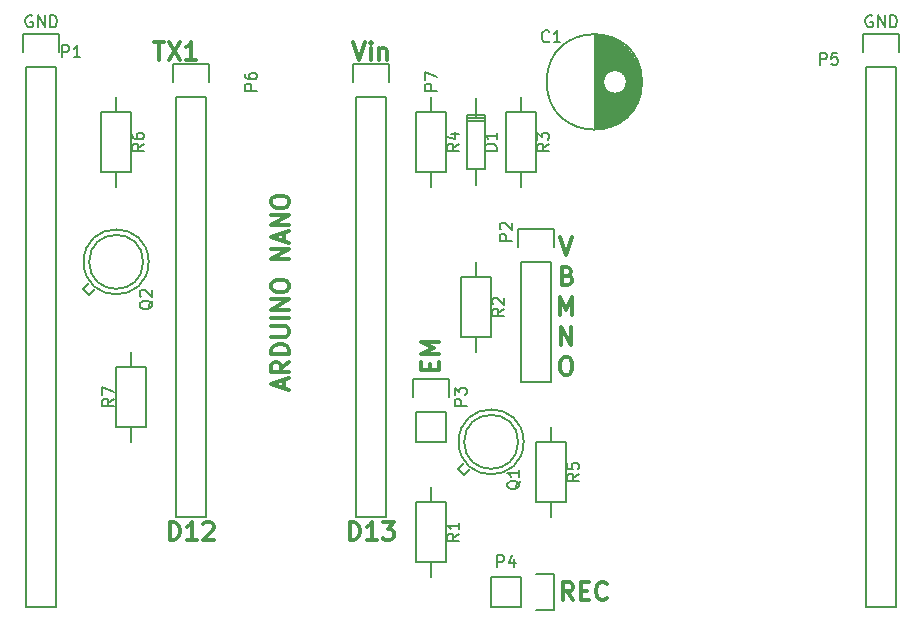
<source format=gbr>
G04 #@! TF.FileFunction,Legend,Top*
%FSLAX46Y46*%
G04 Gerber Fmt 4.6, Leading zero omitted, Abs format (unit mm)*
G04 Created by KiCad (PCBNEW 4.0.4+e1-6308~48~ubuntu16.04.1-stable) date Thu Sep 22 16:47:12 2016*
%MOMM*%
%LPD*%
G01*
G04 APERTURE LIST*
%ADD10C,0.100000*%
%ADD11C,0.300000*%
%ADD12C,0.150000*%
G04 APERTURE END LIST*
D10*
D11*
X57868572Y-117518571D02*
X57868572Y-116018571D01*
X58225715Y-116018571D01*
X58440000Y-116090000D01*
X58582858Y-116232857D01*
X58654286Y-116375714D01*
X58725715Y-116661429D01*
X58725715Y-116875714D01*
X58654286Y-117161429D01*
X58582858Y-117304286D01*
X58440000Y-117447143D01*
X58225715Y-117518571D01*
X57868572Y-117518571D01*
X60154286Y-117518571D02*
X59297143Y-117518571D01*
X59725715Y-117518571D02*
X59725715Y-116018571D01*
X59582858Y-116232857D01*
X59440000Y-116375714D01*
X59297143Y-116447143D01*
X60654286Y-116018571D02*
X61582857Y-116018571D01*
X61082857Y-116590000D01*
X61297143Y-116590000D01*
X61440000Y-116661429D01*
X61511429Y-116732857D01*
X61582857Y-116875714D01*
X61582857Y-117232857D01*
X61511429Y-117375714D01*
X61440000Y-117447143D01*
X61297143Y-117518571D01*
X60868571Y-117518571D01*
X60725714Y-117447143D01*
X60654286Y-117375714D01*
X42628572Y-117518571D02*
X42628572Y-116018571D01*
X42985715Y-116018571D01*
X43200000Y-116090000D01*
X43342858Y-116232857D01*
X43414286Y-116375714D01*
X43485715Y-116661429D01*
X43485715Y-116875714D01*
X43414286Y-117161429D01*
X43342858Y-117304286D01*
X43200000Y-117447143D01*
X42985715Y-117518571D01*
X42628572Y-117518571D01*
X44914286Y-117518571D02*
X44057143Y-117518571D01*
X44485715Y-117518571D02*
X44485715Y-116018571D01*
X44342858Y-116232857D01*
X44200000Y-116375714D01*
X44057143Y-116447143D01*
X45485714Y-116161429D02*
X45557143Y-116090000D01*
X45700000Y-116018571D01*
X46057143Y-116018571D01*
X46200000Y-116090000D01*
X46271429Y-116161429D01*
X46342857Y-116304286D01*
X46342857Y-116447143D01*
X46271429Y-116661429D01*
X45414286Y-117518571D01*
X46342857Y-117518571D01*
X58154286Y-75378571D02*
X58654286Y-76878571D01*
X59154286Y-75378571D01*
X59654286Y-76878571D02*
X59654286Y-75878571D01*
X59654286Y-75378571D02*
X59582857Y-75450000D01*
X59654286Y-75521429D01*
X59725714Y-75450000D01*
X59654286Y-75378571D01*
X59654286Y-75521429D01*
X60368572Y-75878571D02*
X60368572Y-76878571D01*
X60368572Y-76021429D02*
X60440000Y-75950000D01*
X60582858Y-75878571D01*
X60797143Y-75878571D01*
X60940000Y-75950000D01*
X61011429Y-76092857D01*
X61011429Y-76878571D01*
X41322858Y-75378571D02*
X42180001Y-75378571D01*
X41751430Y-76878571D02*
X41751430Y-75378571D01*
X42537144Y-75378571D02*
X43537144Y-76878571D01*
X43537144Y-75378571D02*
X42537144Y-76878571D01*
X44894286Y-76878571D02*
X44037143Y-76878571D01*
X44465715Y-76878571D02*
X44465715Y-75378571D01*
X44322858Y-75592857D01*
X44180000Y-75735714D01*
X44037143Y-75807143D01*
X52320000Y-104662858D02*
X52320000Y-103948572D01*
X52748571Y-104805715D02*
X51248571Y-104305715D01*
X52748571Y-103805715D01*
X52748571Y-102448572D02*
X52034286Y-102948572D01*
X52748571Y-103305715D02*
X51248571Y-103305715D01*
X51248571Y-102734287D01*
X51320000Y-102591429D01*
X51391429Y-102520001D01*
X51534286Y-102448572D01*
X51748571Y-102448572D01*
X51891429Y-102520001D01*
X51962857Y-102591429D01*
X52034286Y-102734287D01*
X52034286Y-103305715D01*
X52748571Y-101805715D02*
X51248571Y-101805715D01*
X51248571Y-101448572D01*
X51320000Y-101234287D01*
X51462857Y-101091429D01*
X51605714Y-101020001D01*
X51891429Y-100948572D01*
X52105714Y-100948572D01*
X52391429Y-101020001D01*
X52534286Y-101091429D01*
X52677143Y-101234287D01*
X52748571Y-101448572D01*
X52748571Y-101805715D01*
X51248571Y-100305715D02*
X52462857Y-100305715D01*
X52605714Y-100234287D01*
X52677143Y-100162858D01*
X52748571Y-100020001D01*
X52748571Y-99734287D01*
X52677143Y-99591429D01*
X52605714Y-99520001D01*
X52462857Y-99448572D01*
X51248571Y-99448572D01*
X52748571Y-98734286D02*
X51248571Y-98734286D01*
X52748571Y-98020000D02*
X51248571Y-98020000D01*
X52748571Y-97162857D01*
X51248571Y-97162857D01*
X51248571Y-96162857D02*
X51248571Y-95877143D01*
X51320000Y-95734285D01*
X51462857Y-95591428D01*
X51748571Y-95520000D01*
X52248571Y-95520000D01*
X52534286Y-95591428D01*
X52677143Y-95734285D01*
X52748571Y-95877143D01*
X52748571Y-96162857D01*
X52677143Y-96305714D01*
X52534286Y-96448571D01*
X52248571Y-96520000D01*
X51748571Y-96520000D01*
X51462857Y-96448571D01*
X51320000Y-96305714D01*
X51248571Y-96162857D01*
X52748571Y-93734285D02*
X51248571Y-93734285D01*
X52748571Y-92877142D01*
X51248571Y-92877142D01*
X52320000Y-92234285D02*
X52320000Y-91519999D01*
X52748571Y-92377142D02*
X51248571Y-91877142D01*
X52748571Y-91377142D01*
X52748571Y-90877142D02*
X51248571Y-90877142D01*
X52748571Y-90019999D01*
X51248571Y-90019999D01*
X51248571Y-89019999D02*
X51248571Y-88734285D01*
X51320000Y-88591427D01*
X51462857Y-88448570D01*
X51748571Y-88377142D01*
X52248571Y-88377142D01*
X52534286Y-88448570D01*
X52677143Y-88591427D01*
X52748571Y-88734285D01*
X52748571Y-89019999D01*
X52677143Y-89162856D01*
X52534286Y-89305713D01*
X52248571Y-89377142D01*
X51748571Y-89377142D01*
X51462857Y-89305713D01*
X51320000Y-89162856D01*
X51248571Y-89019999D01*
X76057143Y-102048571D02*
X76342857Y-102048571D01*
X76485715Y-102120000D01*
X76628572Y-102262857D01*
X76700000Y-102548571D01*
X76700000Y-103048571D01*
X76628572Y-103334286D01*
X76485715Y-103477143D01*
X76342857Y-103548571D01*
X76057143Y-103548571D01*
X75914286Y-103477143D01*
X75771429Y-103334286D01*
X75700000Y-103048571D01*
X75700000Y-102548571D01*
X75771429Y-102262857D01*
X75914286Y-102120000D01*
X76057143Y-102048571D01*
X75771429Y-101008571D02*
X75771429Y-99508571D01*
X76628572Y-101008571D01*
X76628572Y-99508571D01*
X75700000Y-98468571D02*
X75700000Y-96968571D01*
X76200000Y-98040000D01*
X76700000Y-96968571D01*
X76700000Y-98468571D01*
X76307143Y-95142857D02*
X76521429Y-95214286D01*
X76592857Y-95285714D01*
X76664286Y-95428571D01*
X76664286Y-95642857D01*
X76592857Y-95785714D01*
X76521429Y-95857143D01*
X76378571Y-95928571D01*
X75807143Y-95928571D01*
X75807143Y-94428571D01*
X76307143Y-94428571D01*
X76450000Y-94500000D01*
X76521429Y-94571429D01*
X76592857Y-94714286D01*
X76592857Y-94857143D01*
X76521429Y-95000000D01*
X76450000Y-95071429D01*
X76307143Y-95142857D01*
X75807143Y-95142857D01*
X75700000Y-91888571D02*
X76200000Y-93388571D01*
X76700000Y-91888571D01*
X64662857Y-103147857D02*
X64662857Y-102647857D01*
X65448571Y-102433571D02*
X65448571Y-103147857D01*
X63948571Y-103147857D01*
X63948571Y-102433571D01*
X65448571Y-101790714D02*
X63948571Y-101790714D01*
X65020000Y-101290714D01*
X63948571Y-100790714D01*
X65448571Y-100790714D01*
X76779286Y-122598571D02*
X76279286Y-121884286D01*
X75922143Y-122598571D02*
X75922143Y-121098571D01*
X76493571Y-121098571D01*
X76636429Y-121170000D01*
X76707857Y-121241429D01*
X76779286Y-121384286D01*
X76779286Y-121598571D01*
X76707857Y-121741429D01*
X76636429Y-121812857D01*
X76493571Y-121884286D01*
X75922143Y-121884286D01*
X77422143Y-121812857D02*
X77922143Y-121812857D01*
X78136429Y-122598571D02*
X77422143Y-122598571D01*
X77422143Y-121098571D01*
X78136429Y-121098571D01*
X79636429Y-122455714D02*
X79565000Y-122527143D01*
X79350714Y-122598571D01*
X79207857Y-122598571D01*
X78993572Y-122527143D01*
X78850714Y-122384286D01*
X78779286Y-122241429D01*
X78707857Y-121955714D01*
X78707857Y-121741429D01*
X78779286Y-121455714D01*
X78850714Y-121312857D01*
X78993572Y-121170000D01*
X79207857Y-121098571D01*
X79350714Y-121098571D01*
X79565000Y-121170000D01*
X79636429Y-121241429D01*
D12*
X68582540Y-86106520D02*
X68582540Y-87503520D01*
X68582540Y-81661520D02*
X68582540Y-80137520D01*
X69344540Y-82042520D02*
X67820540Y-82042520D01*
X69344540Y-81788520D02*
X67820540Y-81788520D01*
X68582540Y-81534520D02*
X67820540Y-81534520D01*
X67820540Y-81534520D02*
X67820540Y-86106520D01*
X67820540Y-86106520D02*
X69344540Y-86106520D01*
X69344540Y-86106520D02*
X69344540Y-81534520D01*
X69344540Y-81534520D02*
X68582540Y-81534520D01*
X72390000Y-93980000D02*
X72390000Y-104140000D01*
X72390000Y-104140000D02*
X74930000Y-104140000D01*
X74930000Y-104140000D02*
X74930000Y-93980000D01*
X72110000Y-91160000D02*
X72110000Y-92710000D01*
X72390000Y-93980000D02*
X74930000Y-93980000D01*
X75210000Y-92710000D02*
X75210000Y-91160000D01*
X75210000Y-91160000D02*
X72110000Y-91160000D01*
X63220000Y-103860000D02*
X63220000Y-105410000D01*
X63500000Y-109220000D02*
X63500000Y-106680000D01*
X63500000Y-106680000D02*
X66040000Y-106680000D01*
X66320000Y-105410000D02*
X66320000Y-103860000D01*
X66320000Y-103860000D02*
X63220000Y-103860000D01*
X66040000Y-106680000D02*
X66040000Y-109220000D01*
X66040000Y-109220000D02*
X63500000Y-109220000D01*
X67564000Y-112014000D02*
X68072000Y-111506000D01*
X67564000Y-110998000D02*
X67056000Y-111506000D01*
X67056000Y-111506000D02*
X67564000Y-112014000D01*
X72136000Y-109220000D02*
G75*
G03X72136000Y-109220000I-2286000J0D01*
G01*
X72600000Y-109220000D02*
G75*
G03X72600000Y-109220000I-2750000J0D01*
G01*
X63500000Y-119380000D02*
X63500000Y-114300000D01*
X63500000Y-114300000D02*
X66040000Y-114300000D01*
X66040000Y-114300000D02*
X66040000Y-119380000D01*
X66040000Y-119380000D02*
X63500000Y-119380000D01*
X64770000Y-119380000D02*
X64770000Y-120650000D01*
X64770000Y-114300000D02*
X64770000Y-113030000D01*
X69850000Y-95250000D02*
X69850000Y-100330000D01*
X69850000Y-100330000D02*
X67310000Y-100330000D01*
X67310000Y-100330000D02*
X67310000Y-95250000D01*
X67310000Y-95250000D02*
X69850000Y-95250000D01*
X68580000Y-95250000D02*
X68580000Y-93980000D01*
X68580000Y-100330000D02*
X68580000Y-101600000D01*
X71120000Y-86360000D02*
X71120000Y-81280000D01*
X71120000Y-81280000D02*
X73660000Y-81280000D01*
X73660000Y-81280000D02*
X73660000Y-86360000D01*
X73660000Y-86360000D02*
X71120000Y-86360000D01*
X72390000Y-86360000D02*
X72390000Y-87630000D01*
X72390000Y-81280000D02*
X72390000Y-80010000D01*
X66040000Y-81280000D02*
X66040000Y-86360000D01*
X66040000Y-86360000D02*
X63500000Y-86360000D01*
X63500000Y-86360000D02*
X63500000Y-81280000D01*
X63500000Y-81280000D02*
X66040000Y-81280000D01*
X64770000Y-81280000D02*
X64770000Y-80010000D01*
X64770000Y-86360000D02*
X64770000Y-87630000D01*
X76200000Y-109220000D02*
X76200000Y-114300000D01*
X76200000Y-114300000D02*
X73660000Y-114300000D01*
X73660000Y-114300000D02*
X73660000Y-109220000D01*
X73660000Y-109220000D02*
X76200000Y-109220000D01*
X74930000Y-109220000D02*
X74930000Y-107950000D01*
X74930000Y-114300000D02*
X74930000Y-115570000D01*
X78660000Y-74741000D02*
X78660000Y-82739000D01*
X78800000Y-74746000D02*
X78800000Y-82734000D01*
X78940000Y-74756000D02*
X78940000Y-82724000D01*
X79080000Y-74771000D02*
X79080000Y-82709000D01*
X79220000Y-74791000D02*
X79220000Y-82689000D01*
X79360000Y-74816000D02*
X79360000Y-78518000D01*
X79360000Y-78962000D02*
X79360000Y-82664000D01*
X79500000Y-74846000D02*
X79500000Y-78190000D01*
X79500000Y-79290000D02*
X79500000Y-82634000D01*
X79640000Y-74882000D02*
X79640000Y-78021000D01*
X79640000Y-79459000D02*
X79640000Y-82598000D01*
X79780000Y-74923000D02*
X79780000Y-77908000D01*
X79780000Y-79572000D02*
X79780000Y-82557000D01*
X79920000Y-74969000D02*
X79920000Y-77830000D01*
X79920000Y-79650000D02*
X79920000Y-82511000D01*
X80060000Y-75022000D02*
X80060000Y-77779000D01*
X80060000Y-79701000D02*
X80060000Y-82458000D01*
X80200000Y-75081000D02*
X80200000Y-77749000D01*
X80200000Y-79731000D02*
X80200000Y-82399000D01*
X80340000Y-75146000D02*
X80340000Y-77740000D01*
X80340000Y-79740000D02*
X80340000Y-82334000D01*
X80480000Y-75217000D02*
X80480000Y-77751000D01*
X80480000Y-79729000D02*
X80480000Y-82263000D01*
X80620000Y-75296000D02*
X80620000Y-77781000D01*
X80620000Y-79699000D02*
X80620000Y-82184000D01*
X80760000Y-75383000D02*
X80760000Y-77835000D01*
X80760000Y-79645000D02*
X80760000Y-82097000D01*
X80900000Y-75478000D02*
X80900000Y-77915000D01*
X80900000Y-79565000D02*
X80900000Y-82002000D01*
X81040000Y-75582000D02*
X81040000Y-78031000D01*
X81040000Y-79449000D02*
X81040000Y-81898000D01*
X81180000Y-75696000D02*
X81180000Y-78205000D01*
X81180000Y-79275000D02*
X81180000Y-81784000D01*
X81320000Y-75821000D02*
X81320000Y-78567000D01*
X81320000Y-78913000D02*
X81320000Y-81659000D01*
X81460000Y-75959000D02*
X81460000Y-81521000D01*
X81600000Y-76111000D02*
X81600000Y-81369000D01*
X81740000Y-76281000D02*
X81740000Y-81199000D01*
X81880000Y-76472000D02*
X81880000Y-81008000D01*
X82020000Y-76690000D02*
X82020000Y-80790000D01*
X82160000Y-76946000D02*
X82160000Y-80534000D01*
X82300000Y-77257000D02*
X82300000Y-80223000D01*
X82440000Y-77673000D02*
X82440000Y-79807000D01*
X82580000Y-78540000D02*
X82580000Y-78940000D01*
X81335000Y-78740000D02*
G75*
G03X81335000Y-78740000I-1000000J0D01*
G01*
X82622500Y-78740000D02*
G75*
G03X82622500Y-78740000I-4037500J0D01*
G01*
X75210000Y-120370000D02*
X73660000Y-120370000D01*
X69850000Y-120650000D02*
X72390000Y-120650000D01*
X72390000Y-120650000D02*
X72390000Y-123190000D01*
X73660000Y-123470000D02*
X75210000Y-123470000D01*
X75210000Y-123470000D02*
X75210000Y-120370000D01*
X72390000Y-123190000D02*
X69850000Y-123190000D01*
X69850000Y-123190000D02*
X69850000Y-120650000D01*
X30480000Y-77470000D02*
X30480000Y-123190000D01*
X30480000Y-123190000D02*
X33020000Y-123190000D01*
X33020000Y-123190000D02*
X33020000Y-77470000D01*
X30200000Y-74650000D02*
X30200000Y-76200000D01*
X30480000Y-77470000D02*
X33020000Y-77470000D01*
X33300000Y-76200000D02*
X33300000Y-74650000D01*
X33300000Y-74650000D02*
X30200000Y-74650000D01*
X101600000Y-77470000D02*
X101600000Y-123190000D01*
X101600000Y-123190000D02*
X104140000Y-123190000D01*
X104140000Y-123190000D02*
X104140000Y-77470000D01*
X101320000Y-74650000D02*
X101320000Y-76200000D01*
X101600000Y-77470000D02*
X104140000Y-77470000D01*
X104420000Y-76200000D02*
X104420000Y-74650000D01*
X104420000Y-74650000D02*
X101320000Y-74650000D01*
X45720000Y-80010000D02*
X45720000Y-115570000D01*
X45720000Y-115570000D02*
X43180000Y-115570000D01*
X43180000Y-115570000D02*
X43180000Y-80010000D01*
X42900000Y-77190000D02*
X42900000Y-78740000D01*
X43180000Y-80010000D02*
X45720000Y-80010000D01*
X46000000Y-78740000D02*
X46000000Y-77190000D01*
X46000000Y-77190000D02*
X42900000Y-77190000D01*
X60960000Y-80010000D02*
X60960000Y-115570000D01*
X60960000Y-115570000D02*
X58420000Y-115570000D01*
X58420000Y-115570000D02*
X58420000Y-80010000D01*
X58140000Y-77190000D02*
X58140000Y-78740000D01*
X58420000Y-80010000D02*
X60960000Y-80010000D01*
X61240000Y-78740000D02*
X61240000Y-77190000D01*
X61240000Y-77190000D02*
X58140000Y-77190000D01*
X35814000Y-96774000D02*
X36322000Y-96266000D01*
X35814000Y-95758000D02*
X35306000Y-96266000D01*
X35306000Y-96266000D02*
X35814000Y-96774000D01*
X40386000Y-93980000D02*
G75*
G03X40386000Y-93980000I-2286000J0D01*
G01*
X40850000Y-93980000D02*
G75*
G03X40850000Y-93980000I-2750000J0D01*
G01*
X39370000Y-81280000D02*
X39370000Y-86360000D01*
X39370000Y-86360000D02*
X36830000Y-86360000D01*
X36830000Y-86360000D02*
X36830000Y-81280000D01*
X36830000Y-81280000D02*
X39370000Y-81280000D01*
X38100000Y-81280000D02*
X38100000Y-80010000D01*
X38100000Y-86360000D02*
X38100000Y-87630000D01*
X38100000Y-107950000D02*
X38100000Y-102870000D01*
X38100000Y-102870000D02*
X40640000Y-102870000D01*
X40640000Y-102870000D02*
X40640000Y-107950000D01*
X40640000Y-107950000D02*
X38100000Y-107950000D01*
X39370000Y-107950000D02*
X39370000Y-109220000D01*
X39370000Y-102870000D02*
X39370000Y-101600000D01*
X70302381Y-84558095D02*
X69302381Y-84558095D01*
X69302381Y-84320000D01*
X69350000Y-84177142D01*
X69445238Y-84081904D01*
X69540476Y-84034285D01*
X69730952Y-83986666D01*
X69873810Y-83986666D01*
X70064286Y-84034285D01*
X70159524Y-84081904D01*
X70254762Y-84177142D01*
X70302381Y-84320000D01*
X70302381Y-84558095D01*
X70302381Y-83034285D02*
X70302381Y-83605714D01*
X70302381Y-83320000D02*
X69302381Y-83320000D01*
X69445238Y-83415238D01*
X69540476Y-83510476D01*
X69588095Y-83605714D01*
X71572381Y-92178095D02*
X70572381Y-92178095D01*
X70572381Y-91797142D01*
X70620000Y-91701904D01*
X70667619Y-91654285D01*
X70762857Y-91606666D01*
X70905714Y-91606666D01*
X71000952Y-91654285D01*
X71048571Y-91701904D01*
X71096190Y-91797142D01*
X71096190Y-92178095D01*
X70667619Y-91225714D02*
X70620000Y-91178095D01*
X70572381Y-91082857D01*
X70572381Y-90844761D01*
X70620000Y-90749523D01*
X70667619Y-90701904D01*
X70762857Y-90654285D01*
X70858095Y-90654285D01*
X71000952Y-90701904D01*
X71572381Y-91273333D01*
X71572381Y-90654285D01*
X67762381Y-106148095D02*
X66762381Y-106148095D01*
X66762381Y-105767142D01*
X66810000Y-105671904D01*
X66857619Y-105624285D01*
X66952857Y-105576666D01*
X67095714Y-105576666D01*
X67190952Y-105624285D01*
X67238571Y-105671904D01*
X67286190Y-105767142D01*
X67286190Y-106148095D01*
X66762381Y-105243333D02*
X66762381Y-104624285D01*
X67143333Y-104957619D01*
X67143333Y-104814761D01*
X67190952Y-104719523D01*
X67238571Y-104671904D01*
X67333810Y-104624285D01*
X67571905Y-104624285D01*
X67667143Y-104671904D01*
X67714762Y-104719523D01*
X67762381Y-104814761D01*
X67762381Y-105100476D01*
X67714762Y-105195714D01*
X67667143Y-105243333D01*
X72302619Y-112490238D02*
X72255000Y-112585476D01*
X72159762Y-112680714D01*
X72016905Y-112823571D01*
X71969286Y-112918810D01*
X71969286Y-113014048D01*
X72207381Y-112966429D02*
X72159762Y-113061667D01*
X72064524Y-113156905D01*
X71874048Y-113204524D01*
X71540714Y-113204524D01*
X71350238Y-113156905D01*
X71255000Y-113061667D01*
X71207381Y-112966429D01*
X71207381Y-112775952D01*
X71255000Y-112680714D01*
X71350238Y-112585476D01*
X71540714Y-112537857D01*
X71874048Y-112537857D01*
X72064524Y-112585476D01*
X72159762Y-112680714D01*
X72207381Y-112775952D01*
X72207381Y-112966429D01*
X72207381Y-111585476D02*
X72207381Y-112156905D01*
X72207381Y-111871191D02*
X71207381Y-111871191D01*
X71350238Y-111966429D01*
X71445476Y-112061667D01*
X71493095Y-112156905D01*
X67127381Y-117006666D02*
X66651190Y-117340000D01*
X67127381Y-117578095D02*
X66127381Y-117578095D01*
X66127381Y-117197142D01*
X66175000Y-117101904D01*
X66222619Y-117054285D01*
X66317857Y-117006666D01*
X66460714Y-117006666D01*
X66555952Y-117054285D01*
X66603571Y-117101904D01*
X66651190Y-117197142D01*
X66651190Y-117578095D01*
X67127381Y-116054285D02*
X67127381Y-116625714D01*
X67127381Y-116340000D02*
X66127381Y-116340000D01*
X66270238Y-116435238D01*
X66365476Y-116530476D01*
X66413095Y-116625714D01*
X70937381Y-97956666D02*
X70461190Y-98290000D01*
X70937381Y-98528095D02*
X69937381Y-98528095D01*
X69937381Y-98147142D01*
X69985000Y-98051904D01*
X70032619Y-98004285D01*
X70127857Y-97956666D01*
X70270714Y-97956666D01*
X70365952Y-98004285D01*
X70413571Y-98051904D01*
X70461190Y-98147142D01*
X70461190Y-98528095D01*
X70032619Y-97575714D02*
X69985000Y-97528095D01*
X69937381Y-97432857D01*
X69937381Y-97194761D01*
X69985000Y-97099523D01*
X70032619Y-97051904D01*
X70127857Y-97004285D01*
X70223095Y-97004285D01*
X70365952Y-97051904D01*
X70937381Y-97623333D01*
X70937381Y-97004285D01*
X74747381Y-83986666D02*
X74271190Y-84320000D01*
X74747381Y-84558095D02*
X73747381Y-84558095D01*
X73747381Y-84177142D01*
X73795000Y-84081904D01*
X73842619Y-84034285D01*
X73937857Y-83986666D01*
X74080714Y-83986666D01*
X74175952Y-84034285D01*
X74223571Y-84081904D01*
X74271190Y-84177142D01*
X74271190Y-84558095D01*
X73747381Y-83653333D02*
X73747381Y-83034285D01*
X74128333Y-83367619D01*
X74128333Y-83224761D01*
X74175952Y-83129523D01*
X74223571Y-83081904D01*
X74318810Y-83034285D01*
X74556905Y-83034285D01*
X74652143Y-83081904D01*
X74699762Y-83129523D01*
X74747381Y-83224761D01*
X74747381Y-83510476D01*
X74699762Y-83605714D01*
X74652143Y-83653333D01*
X67127381Y-83986666D02*
X66651190Y-84320000D01*
X67127381Y-84558095D02*
X66127381Y-84558095D01*
X66127381Y-84177142D01*
X66175000Y-84081904D01*
X66222619Y-84034285D01*
X66317857Y-83986666D01*
X66460714Y-83986666D01*
X66555952Y-84034285D01*
X66603571Y-84081904D01*
X66651190Y-84177142D01*
X66651190Y-84558095D01*
X66460714Y-83129523D02*
X67127381Y-83129523D01*
X66079762Y-83367619D02*
X66794048Y-83605714D01*
X66794048Y-82986666D01*
X77287381Y-111926666D02*
X76811190Y-112260000D01*
X77287381Y-112498095D02*
X76287381Y-112498095D01*
X76287381Y-112117142D01*
X76335000Y-112021904D01*
X76382619Y-111974285D01*
X76477857Y-111926666D01*
X76620714Y-111926666D01*
X76715952Y-111974285D01*
X76763571Y-112021904D01*
X76811190Y-112117142D01*
X76811190Y-112498095D01*
X76287381Y-111021904D02*
X76287381Y-111498095D01*
X76763571Y-111545714D01*
X76715952Y-111498095D01*
X76668333Y-111402857D01*
X76668333Y-111164761D01*
X76715952Y-111069523D01*
X76763571Y-111021904D01*
X76858810Y-110974285D01*
X77096905Y-110974285D01*
X77192143Y-111021904D01*
X77239762Y-111069523D01*
X77287381Y-111164761D01*
X77287381Y-111402857D01*
X77239762Y-111498095D01*
X77192143Y-111545714D01*
X74763334Y-75287143D02*
X74715715Y-75334762D01*
X74572858Y-75382381D01*
X74477620Y-75382381D01*
X74334762Y-75334762D01*
X74239524Y-75239524D01*
X74191905Y-75144286D01*
X74144286Y-74953810D01*
X74144286Y-74810952D01*
X74191905Y-74620476D01*
X74239524Y-74525238D01*
X74334762Y-74430000D01*
X74477620Y-74382381D01*
X74572858Y-74382381D01*
X74715715Y-74430000D01*
X74763334Y-74477619D01*
X75715715Y-75382381D02*
X75144286Y-75382381D01*
X75430000Y-75382381D02*
X75430000Y-74382381D01*
X75334762Y-74525238D01*
X75239524Y-74620476D01*
X75144286Y-74668095D01*
X70381905Y-119832381D02*
X70381905Y-118832381D01*
X70762858Y-118832381D01*
X70858096Y-118880000D01*
X70905715Y-118927619D01*
X70953334Y-119022857D01*
X70953334Y-119165714D01*
X70905715Y-119260952D01*
X70858096Y-119308571D01*
X70762858Y-119356190D01*
X70381905Y-119356190D01*
X71810477Y-119165714D02*
X71810477Y-119832381D01*
X71572381Y-118784762D02*
X71334286Y-119499048D01*
X71953334Y-119499048D01*
X33551905Y-76652381D02*
X33551905Y-75652381D01*
X33932858Y-75652381D01*
X34028096Y-75700000D01*
X34075715Y-75747619D01*
X34123334Y-75842857D01*
X34123334Y-75985714D01*
X34075715Y-76080952D01*
X34028096Y-76128571D01*
X33932858Y-76176190D01*
X33551905Y-76176190D01*
X35075715Y-76652381D02*
X34504286Y-76652381D01*
X34790000Y-76652381D02*
X34790000Y-75652381D01*
X34694762Y-75795238D01*
X34599524Y-75890476D01*
X34504286Y-75938095D01*
X30988096Y-73160000D02*
X30892858Y-73112381D01*
X30750001Y-73112381D01*
X30607143Y-73160000D01*
X30511905Y-73255238D01*
X30464286Y-73350476D01*
X30416667Y-73540952D01*
X30416667Y-73683810D01*
X30464286Y-73874286D01*
X30511905Y-73969524D01*
X30607143Y-74064762D01*
X30750001Y-74112381D01*
X30845239Y-74112381D01*
X30988096Y-74064762D01*
X31035715Y-74017143D01*
X31035715Y-73683810D01*
X30845239Y-73683810D01*
X31464286Y-74112381D02*
X31464286Y-73112381D01*
X32035715Y-74112381D01*
X32035715Y-73112381D01*
X32511905Y-74112381D02*
X32511905Y-73112381D01*
X32750000Y-73112381D01*
X32892858Y-73160000D01*
X32988096Y-73255238D01*
X33035715Y-73350476D01*
X33083334Y-73540952D01*
X33083334Y-73683810D01*
X33035715Y-73874286D01*
X32988096Y-73969524D01*
X32892858Y-74064762D01*
X32750000Y-74112381D01*
X32511905Y-74112381D01*
X97686905Y-77287381D02*
X97686905Y-76287381D01*
X98067858Y-76287381D01*
X98163096Y-76335000D01*
X98210715Y-76382619D01*
X98258334Y-76477857D01*
X98258334Y-76620714D01*
X98210715Y-76715952D01*
X98163096Y-76763571D01*
X98067858Y-76811190D01*
X97686905Y-76811190D01*
X99163096Y-76287381D02*
X98686905Y-76287381D01*
X98639286Y-76763571D01*
X98686905Y-76715952D01*
X98782143Y-76668333D01*
X99020239Y-76668333D01*
X99115477Y-76715952D01*
X99163096Y-76763571D01*
X99210715Y-76858810D01*
X99210715Y-77096905D01*
X99163096Y-77192143D01*
X99115477Y-77239762D01*
X99020239Y-77287381D01*
X98782143Y-77287381D01*
X98686905Y-77239762D01*
X98639286Y-77192143D01*
X102108096Y-73160000D02*
X102012858Y-73112381D01*
X101870001Y-73112381D01*
X101727143Y-73160000D01*
X101631905Y-73255238D01*
X101584286Y-73350476D01*
X101536667Y-73540952D01*
X101536667Y-73683810D01*
X101584286Y-73874286D01*
X101631905Y-73969524D01*
X101727143Y-74064762D01*
X101870001Y-74112381D01*
X101965239Y-74112381D01*
X102108096Y-74064762D01*
X102155715Y-74017143D01*
X102155715Y-73683810D01*
X101965239Y-73683810D01*
X102584286Y-74112381D02*
X102584286Y-73112381D01*
X103155715Y-74112381D01*
X103155715Y-73112381D01*
X103631905Y-74112381D02*
X103631905Y-73112381D01*
X103870000Y-73112381D01*
X104012858Y-73160000D01*
X104108096Y-73255238D01*
X104155715Y-73350476D01*
X104203334Y-73540952D01*
X104203334Y-73683810D01*
X104155715Y-73874286D01*
X104108096Y-73969524D01*
X104012858Y-74064762D01*
X103870000Y-74112381D01*
X103631905Y-74112381D01*
X50002381Y-79478095D02*
X49002381Y-79478095D01*
X49002381Y-79097142D01*
X49050000Y-79001904D01*
X49097619Y-78954285D01*
X49192857Y-78906666D01*
X49335714Y-78906666D01*
X49430952Y-78954285D01*
X49478571Y-79001904D01*
X49526190Y-79097142D01*
X49526190Y-79478095D01*
X49002381Y-78049523D02*
X49002381Y-78240000D01*
X49050000Y-78335238D01*
X49097619Y-78382857D01*
X49240476Y-78478095D01*
X49430952Y-78525714D01*
X49811905Y-78525714D01*
X49907143Y-78478095D01*
X49954762Y-78430476D01*
X50002381Y-78335238D01*
X50002381Y-78144761D01*
X49954762Y-78049523D01*
X49907143Y-78001904D01*
X49811905Y-77954285D01*
X49573810Y-77954285D01*
X49478571Y-78001904D01*
X49430952Y-78049523D01*
X49383333Y-78144761D01*
X49383333Y-78335238D01*
X49430952Y-78430476D01*
X49478571Y-78478095D01*
X49573810Y-78525714D01*
X65242381Y-79478095D02*
X64242381Y-79478095D01*
X64242381Y-79097142D01*
X64290000Y-79001904D01*
X64337619Y-78954285D01*
X64432857Y-78906666D01*
X64575714Y-78906666D01*
X64670952Y-78954285D01*
X64718571Y-79001904D01*
X64766190Y-79097142D01*
X64766190Y-79478095D01*
X64242381Y-78573333D02*
X64242381Y-77906666D01*
X65242381Y-78335238D01*
X41187619Y-97250238D02*
X41140000Y-97345476D01*
X41044762Y-97440714D01*
X40901905Y-97583571D01*
X40854286Y-97678810D01*
X40854286Y-97774048D01*
X41092381Y-97726429D02*
X41044762Y-97821667D01*
X40949524Y-97916905D01*
X40759048Y-97964524D01*
X40425714Y-97964524D01*
X40235238Y-97916905D01*
X40140000Y-97821667D01*
X40092381Y-97726429D01*
X40092381Y-97535952D01*
X40140000Y-97440714D01*
X40235238Y-97345476D01*
X40425714Y-97297857D01*
X40759048Y-97297857D01*
X40949524Y-97345476D01*
X41044762Y-97440714D01*
X41092381Y-97535952D01*
X41092381Y-97726429D01*
X40187619Y-96916905D02*
X40140000Y-96869286D01*
X40092381Y-96774048D01*
X40092381Y-96535952D01*
X40140000Y-96440714D01*
X40187619Y-96393095D01*
X40282857Y-96345476D01*
X40378095Y-96345476D01*
X40520952Y-96393095D01*
X41092381Y-96964524D01*
X41092381Y-96345476D01*
X40457381Y-83986666D02*
X39981190Y-84320000D01*
X40457381Y-84558095D02*
X39457381Y-84558095D01*
X39457381Y-84177142D01*
X39505000Y-84081904D01*
X39552619Y-84034285D01*
X39647857Y-83986666D01*
X39790714Y-83986666D01*
X39885952Y-84034285D01*
X39933571Y-84081904D01*
X39981190Y-84177142D01*
X39981190Y-84558095D01*
X39457381Y-83129523D02*
X39457381Y-83320000D01*
X39505000Y-83415238D01*
X39552619Y-83462857D01*
X39695476Y-83558095D01*
X39885952Y-83605714D01*
X40266905Y-83605714D01*
X40362143Y-83558095D01*
X40409762Y-83510476D01*
X40457381Y-83415238D01*
X40457381Y-83224761D01*
X40409762Y-83129523D01*
X40362143Y-83081904D01*
X40266905Y-83034285D01*
X40028810Y-83034285D01*
X39933571Y-83081904D01*
X39885952Y-83129523D01*
X39838333Y-83224761D01*
X39838333Y-83415238D01*
X39885952Y-83510476D01*
X39933571Y-83558095D01*
X40028810Y-83605714D01*
X37917381Y-105576666D02*
X37441190Y-105910000D01*
X37917381Y-106148095D02*
X36917381Y-106148095D01*
X36917381Y-105767142D01*
X36965000Y-105671904D01*
X37012619Y-105624285D01*
X37107857Y-105576666D01*
X37250714Y-105576666D01*
X37345952Y-105624285D01*
X37393571Y-105671904D01*
X37441190Y-105767142D01*
X37441190Y-106148095D01*
X36917381Y-105243333D02*
X36917381Y-104576666D01*
X37917381Y-105005238D01*
M02*

</source>
